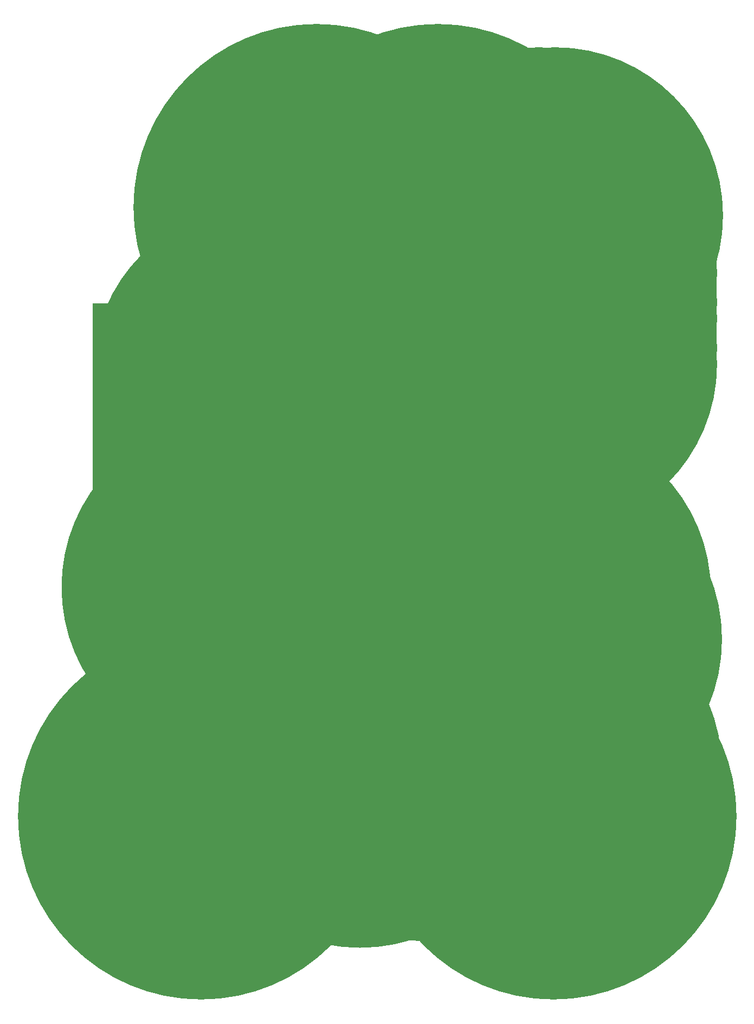
<source format=gbs>
G04 #@! TF.FileFunction,Soldermask,Bot*
%FSLAX46Y46*%
G04 Gerber Fmt 4.6, Leading zero omitted, Abs format (unit mm)*
G04 Created by KiCad (PCBNEW 4.0.7) date 04/09/18 21:38:38*
%MOMM*%
%LPD*%
G01*
G04 APERTURE LIST*
%ADD10C,0.100000*%
%ADD11C,52.470000*%
%ADD12R,52.400000X52.400000*%
%ADD13O,52.400000X52.400000*%
%ADD14R,52.100000X52.300000*%
%ADD15C,53.600000*%
%ADD16C,52.580000*%
%ADD17C,53.500000*%
%ADD18C,57.200000*%
%ADD19R,51.600000X51.900000*%
%ADD20R,51.800000X51.900000*%
G04 APERTURE END LIST*
D10*
D11*
X125730000Y-53213000D03*
X123190000Y-53213000D03*
D12*
X89217500Y-93154500D03*
D13*
X122237500Y-77914500D03*
X91757500Y-93154500D03*
X119697500Y-77914500D03*
X94297500Y-93154500D03*
X117157500Y-77914500D03*
X96837500Y-93154500D03*
X114617500Y-77914500D03*
X99377500Y-93154500D03*
X112077500Y-77914500D03*
X101917500Y-93154500D03*
X109537500Y-77914500D03*
X104457500Y-93154500D03*
X106997500Y-77914500D03*
X106997500Y-93154500D03*
X104457500Y-77914500D03*
X109537500Y-93154500D03*
X101917500Y-77914500D03*
X112077500Y-93154500D03*
X99377500Y-77914500D03*
X114617500Y-93154500D03*
X96837500Y-77914500D03*
X117157500Y-93154500D03*
X94297500Y-77914500D03*
X119697500Y-93154500D03*
X91757500Y-77914500D03*
X122237500Y-93154500D03*
X89217500Y-77914500D03*
X124777500Y-93154500D03*
X124777500Y-77914500D03*
D11*
X135255000Y-53213000D03*
X132715000Y-53213000D03*
X134366000Y-76454000D03*
X134366000Y-73914000D03*
X134366000Y-69342000D03*
X134366000Y-66802000D03*
X134366000Y-62230000D03*
X134366000Y-59690000D03*
D14*
X114300000Y-87710000D03*
X114300000Y-85010000D03*
D15*
X104775000Y-140716000D03*
X84455000Y-140716000D03*
D16*
X104775000Y-111252000D03*
X102235000Y-111252000D03*
X99695000Y-111252000D03*
X97155000Y-111252000D03*
X94615000Y-111252000D03*
X92075000Y-111252000D03*
X89535000Y-111252000D03*
X86995000Y-111252000D03*
X84455000Y-111252000D03*
X133350000Y-112014000D03*
X130810000Y-112014000D03*
X125730000Y-112014000D03*
X128270000Y-112014000D03*
X123190000Y-112014000D03*
X120650000Y-112014000D03*
X118110000Y-112014000D03*
X115570000Y-112014000D03*
D17*
X114300000Y-139700000D03*
X134620000Y-139700000D03*
X134620000Y-119380000D03*
X114300000Y-119380000D03*
D18*
X117000000Y-52000000D03*
X98000000Y-52000000D03*
X80000000Y-147000000D03*
X135000000Y-147000000D03*
D19*
X118195000Y-84585000D03*
X119295000Y-84585000D03*
D20*
X118745000Y-88135000D03*
M02*

</source>
